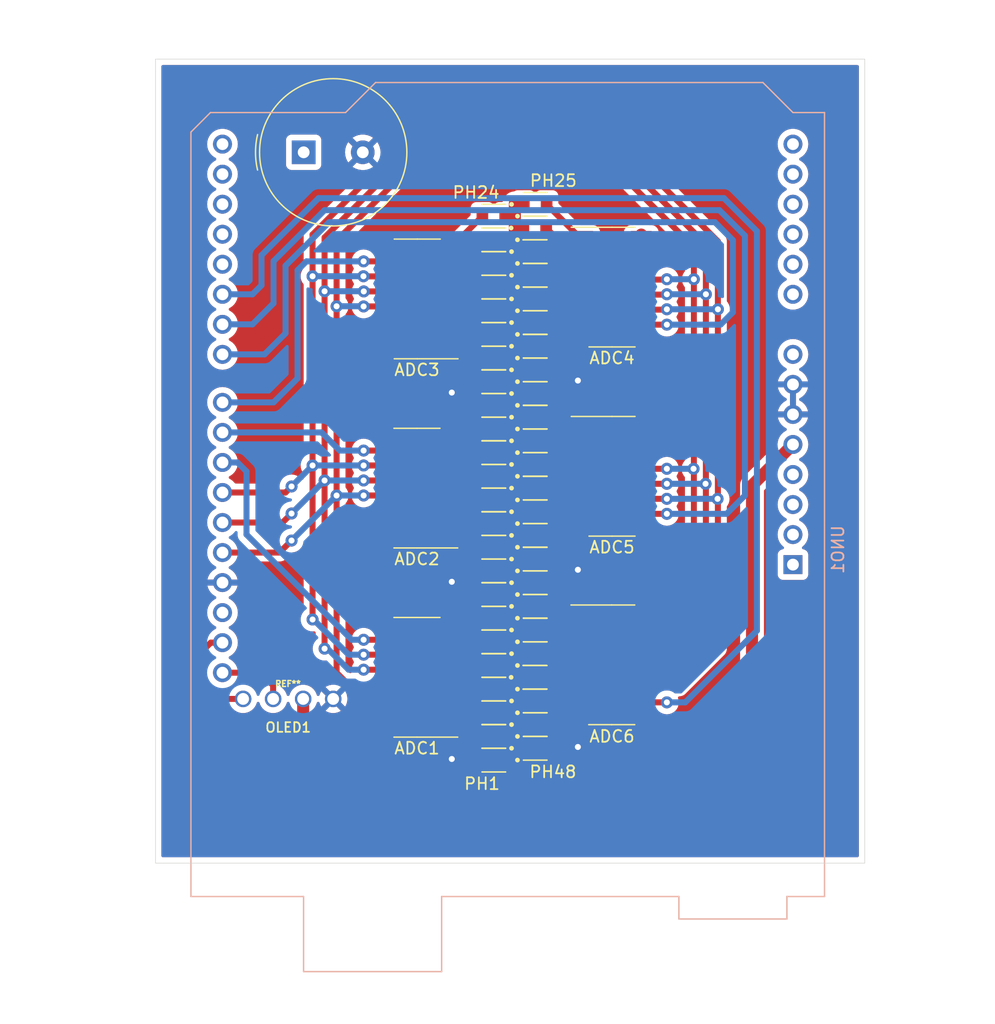
<source format=kicad_pcb>
(kicad_pcb (version 20240108) (generator "pcbnew") (generator_version "8.0")
  (layers (0 "F.Cu" signal) (31 "B.Cu" signal) (34 "B.Paste" user) (35 "F.Paste" user) (36 "B.SilkS" user "B.Silkscreen") (37 "F.SilkS" user "F.Silkscreen") (38 "B.Mask" user) (39 "F.Mask" user) (44 "Edge.Cuts" user))
  (net 0 "")
  (net 11 "/MOSI")
  (net 13 "/MISO")
  (net 14 "/CS3")
  (net 16 "/CLK")
  (net 18 "GND")
  (net 19 "/CS5")
  (net 21 "/CS6")
  (net 24 "/CS1")
  (net 25 "/CS2")
  (net 26 "+5V")
  (net 27 "/CS4")
  (net 29 "/PH-7")
  (net 30 "/PH-8")
  (net 31 "/PH-4")
  (net 32 "/PH-1")
  (net 33 "/PH-5")
  (net 34 "/PH-2")
  (net 35 "/PH-6")
  (net 36 "/PH-3")
  (net 37 "/PH-10")
  (net 38 "/PH-9")
  (net 39 "/PH-13")
  (net 40 "/PH-11")
  (net 41 "/PH-14")
  (net 42 "/PH-16")
  (net 43 "/PH-15")
  (net 44 "/PH-12")
  (net 45 "/PH-22")
  (net 46 "/PH-23")
  (net 47 "/PH-19")
  (net 48 "/PH-18")
  (net 49 "/PH-20")
  (net 50 "/PH-24")
  (net 51 "/PH-17")
  (net 52 "/PH-21")
  (net 53 "/PH-32")
  (net 54 "/PH-28")
  (net 55 "/PH-29")
  (net 56 "/PH-30")
  (net 57 "/PH-25")
  (net 58 "/PH-31")
  (net 59 "/PH-26")
  (net 60 "/PH-27")
  (net 61 "/PH-38")
  (net 62 "/PH-36")
  (net 63 "/PH-35")
  (net 64 "/PH-33")
  (net 65 "/PH-39")
  (net 66 "/PH-34")
  (net 67 "/PH-40")
  (net 68 "/PH-37")
  (net 69 "/PH-47")
  (net 70 "/PH-44")
  (net 71 "/PH-41")
  (net 72 "/PH-45")
  (net 73 "/PH-46")
  (net 74 "/PH-48")
  (net 75 "/PH-42")
  (net 76 "/PH-43")
  (net 77 "/DISP_SCL")
  (net 78 "/DISP_SDA")
  (net 79 "/BUZZ")
  (footprint "SFH_2716:LEDC2012X100N" (layer "F.Cu") (at 74.62 112.282)
    (property "Reference" "PH43" (hide yes))
    (property "Value" "SFH_2716" (hide yes))
  )
  (footprint "SFH_2716:LEDC2012X100N" (layer "F.Cu") (at 74.62 106.282)
    (property "Reference" "PH40" (hide yes))
    (property "Value" "SFH_2716" (hide yes))
  )
  (footprint "SFH_2716:LEDC2012X100N" (layer "F.Cu") (at 71.12 103.282 180)
    (property "Reference" "PH11" (hide yes))
    (property "Value" "SFH_2716" (hide yes))
  )
  (footprint "SFH_2716:LEDC2012X100N" (layer "F.Cu") (at 71.12 109.282 180)
    (property "Reference" "PH8" (hide yes))
    (property "Value" "SFH_2716" (hide yes))
  )
  (footprint "SFH_2716:LEDC2012X100N" (layer "F.Cu") (at 71.12 121.282 180)
    (property "Reference" "PH2" (hide yes))
    (property "Value" "SFH_2716" (hide yes))
  )
  (footprint "SFH_2716:LEDC2012X100N" (layer "F.Cu") (at 71.12 105.282 180)
    (property "Reference" "PH10" (hide yes))
    (property "Value" "SFH_2716" (hide yes))
  )
  (footprint "SFH_2716:LEDC2012X100N" (layer "F.Cu") (at 74.62 80.282)
    (property "Reference" "PH27" (hide yes))
    (property "Value" "SFH_2716" (hide yes))
  )
  (footprint "SFH_2716:LEDC2012X100N" (layer "F.Cu") (at 74.62 88.282)
    (property "Reference" "PH31" (hide yes))
    (property "Value" "SFH_2716" (hide yes))
  )
  (footprint "SFH_2716:LEDC2012X100N" (layer "F.Cu") (at 74.62 94.282)
    (property "Reference" "PH34" (hide yes))
    (property "Value" "SFH_2716" (hide yes))
  )
  (footprint "SFH_2716:LEDC2012X100N" (layer "F.Cu") (at 74.62 84.282)
    (property "Reference" "PH29" (hide yes))
    (property "Value" "SFH_2716" (hide yes))
  )
  (footprint "SFH_2716:LEDC2012X100N" (layer "F.Cu") (at 71.12 85.282 180)
    (property "Reference" "PH20" (hide yes))
    (property "Value" "SFH_2716" (hide yes))
  )
  (footprint "SFH_2716:LEDC2012X100N" (layer "F.Cu") (at 74.62 86.282)
    (property "Reference" "PH30" (hide yes))
    (property "Value" "SFH_2716" (hide yes))
  )
  (footprint "SFH_2716:LEDC2012X100N" (layer "F.Cu") (at 71.12 91.282 180)
    (property "Reference" "PH17" (hide yes))
    (property "Value" "SFH_2716" (hide yes))
  )
  (footprint "SFH_2716:LEDC2012X100N" (layer "F.Cu") (at 71.12 123.282 180)
    (property "Reference" "PH1")
    (property "Value" "SFH_2716" (hide yes))
  )
  (footprint "Package_SO:SOIC-16_3.9x9.9mm_P1.27mm" (layer "F.Cu") (at 81.12 99.282)
    (property "Reference" "ADC5")
    (property "Value" "MCP3008" (hide yes))
  )
  (footprint "SFH_2716:LEDC2012X100N" (layer "F.Cu") (at 71.12 117.282 180)
    (property "Reference" "PH4" (hide yes))
    (property "Value" "SFH_2716" (hide yes))
  )
  (footprint "SFH_2716:LEDC2012X100N" (layer "F.Cu") (at 74.62 104.282)
    (property "Reference" "PH39" (hide yes))
    (property "Value" "SFH_2716" (hide yes))
  )
  (footprint "SFH_2716:LEDC2012X100N" (layer "F.Cu") (at 74.62 120.282)
    (property "Reference" "PH47" (hide yes))
    (property "Value" "SFH_2716" (hide yes))
  )
  (footprint "SFH_2716:LEDC2012X100N" (layer "F.Cu") (at 74.62 98.282)
    (property "Reference" "PH36" (hide yes))
    (property "Value" "SFH_2716" (hide yes))
  )
  (footprint "SFH_2716:LEDC2012X100N" (layer "F.Cu") (at 74.62 82.282)
    (property "Reference" "PH28" (hide yes))
    (property "Value" "SFH_2716" (hide yes))
  )
  (footprint "SFH_2716:LEDC2012X100N" (layer "F.Cu") (at 71.12 119.282 180)
    (property "Reference" "PH3" (hide yes))
    (property "Value" "SFH_2716" (hide yes))
  )
  (footprint "SFH_2716:LEDC2012X100N" (layer "F.Cu") (at 74.585 78.282)
    (property "Reference" "PH26" (hide yes))
    (property "Value" "SFH_2716" (hide yes))
  )
  (footprint "SFH_2716:LEDC2012X100N" (layer "F.Cu") (at 71.12 101.282 180)
    (property "Reference" "PH12" (hide yes))
    (property "Value" "SFH_2716" (hide yes))
  )
  (footprint "Package_SO:SOIC-16_3.9x9.9mm_P1.27mm" (layer "F.Cu") (at 64.62 116.282 180)
    (property "Reference" "ADC1")
    (property "Value" "MCP3008" (hide yes))
  )
  (footprint "SFH_2716:LEDC2012X100N" (layer "F.Cu") (at 71.12 99.282 180)
    (property "Reference" "PH13" (hide yes))
    (property "Value" "SFH_2716" (hide yes))
  )
  (footprint "SFH_2716:LEDC2012X100N" (layer "F.Cu") (at 71.12 113.282 180)
    (property "Reference" "PH6" (hide yes))
    (property "Value" "SFH_2716" (hide yes))
  )
  (footprint "SFH_2716:LEDC2012X100N" (layer "F.Cu") (at 74.62 90.282)
    (property "Reference" "PH32" (hide yes))
    (property "Value" "SFH_2716" (hide yes))
  )
  (footprint "SFH_2716:LEDC2012X100N" (layer "F.Cu") (at 71.12 77.282 180)
    (property "Reference" "PH24")
    (property "Value" "SFH_2716" (hide yes))
  )
  (footprint "SFH_2716:LEDC2012X100N" (layer "F.Cu") (at 71.12 115.282 180)
    (property "Reference" "PH5" (hide yes))
    (property "Value" "SFH_2716" (hide yes))
  )
  (footprint "SFH_2716:LEDC2012X100N" (layer "F.Cu") (at 71.12 87.282 180)
    (property "Reference" "PH19" (hide yes))
    (property "Value" "SFH_2716" (hide yes))
  )
  (footprint "SFH_2716:LEDC2012X100N" (layer "F.Cu") (at 71.12 97.282 180)
    (property "Reference" "PH14" (hide yes))
    (property "Value" "SFH_2716" (hide yes))
  )
  (footprint "SFH_2716:LEDC2012X100N" (layer "F.Cu") (at 71.12 93.282 180)
    (property "Reference" "PH16" (hide yes))
    (property "Value" "SFH_2716" (hide yes))
  )
  (footprint "Package_SO:SOIC-16_3.9x9.9mm_P1.27mm" (layer "F.Cu") (at 81.095 115.227)
    (property "Reference" "ADC6")
    (property "Value" "MCP3008" (hide yes))
  )
  (footprint "SFH_2716:LEDC2012X100N" (layer "F.Cu") (at 74.62 110.282)
    (property "Reference" "PH42" (hide yes))
    (property "Value" "SFH_2716" (hide yes))
  )
  (footprint "Package_SO:SOIC-16_3.9x9.9mm_P1.27mm" (layer "F.Cu") (at 81.12 83.282)
    (property "Reference" "ADC4")
    (property "Value" "MCP3008" (hide yes))
  )
  (footprint "SFH_2716:LEDC2012X100N" (layer "F.Cu") (at 74.62 96.282)
    (property "Reference" "PH35" (hide yes))
    (property "Value" "SFH_2716" (hide yes))
  )
  (footprint "SFH_2716:LEDC2012X100N" (layer "F.Cu") (at 74.62 122.282)
    (property "Reference" "PH48")
    (property "Value" "SFH_2716" (hide yes))
  )
  (footprint "Buzzer_Beeper:Buzzer_TDK_PS1240P02BT_D12.2mm_H6.5mm" (layer "F.Cu") (at 55.033216 71.882)
    (property "Reference" "BZ1" (hide yes))
    (property "Value" "Buzzer" (hide yes))
  )
  (footprint "SFH_2716:LEDC2012X100N" (layer "F.Cu") (at 74.62 108.282)
    (property "Reference" "PH41" (hide yes))
    (property "Value" "SFH_2716" (hide yes))
  )
  (footprint "SFH_2716:LEDC2012X100N" (layer "F.Cu") (at 74.62 102.282)
    (property "Reference" "PH38" (hide yes))
    (property "Value" "SFH_2716" (hide yes))
  )
  (footprint "SFH_2716:LEDC2012X100N" (layer "F.Cu") (at 74.62 76.282)
    (property "Reference" "PH25")
    (property "Value" "SFH_2716" (hide yes))
  )
  (footprint "SFH_2716:LEDC2012X100N" (layer "F.Cu") (at 71.12 83.282 180)
    (property "Reference" "PH21" (hide yes))
    (property "Value" "SFH_2716" (hide yes))
  )
  (footprint "SFH_2716:LEDC2012X100N" (layer "F.Cu") (at 71.12 95.282 180)
    (property "Reference" "PH15" (hide yes))
    (property "Value" "SFH_2716" (hide yes))
  )
  (footprint "Package_SO:SOIC-16_3.9x9.9mm_P1.27mm" (layer "F.Cu") (at 64.645 84.282 180)
    (property "Reference" "ADC3")
    (property "Value" "MCP3008" (hide yes))
  )
  (footprint "SFH_2716:LEDC2012X100N" (layer "F.Cu") (at 74.62 114.282)
    (property "Reference" "PH44" (hide yes))
    (property "Value" "SFH_2716" (hide yes))
  )
  (footprint "SFH_2716:LEDC2012X100N" (layer "F.Cu") (at 71.12 111.282 180)
    (property "Reference" "PH7" (hide yes))
    (property "Value" "SFH_2716" (hide yes))
  )
  (footprint "SFH_2716:LEDC2012X100N" (layer "F.Cu") (at 71.12 89.282 180)
    (property "Reference" "PH18" (hide yes))
    (property "Value" "SFH_2716" (hide yes))
  )
  (footprint "SFH_2716:LEDC2012X100N" (layer "F.Cu") (at 74.62 100.282)
    (property "Reference" "PH37" (hide yes))
    (property "Value" "SFH_2716" (hide yes))
  )
  (footprint "SFH_2716:LEDC2012X100N" (layer "F.Cu") (at 74.62 118.282)
    (property "Reference" "PH46" (hide yes))
    (property "Value" "SFH_2716" (hide yes))
  )
  (footprint "SFH_2716:LEDC2012X100N" (layer "F.Cu") (at 71.12 81.282 180)
    (property "Reference" "PH22" (hide yes))
    (property "Value" "SFH_2716" (hide yes))
  )
  (footprint "SFH_2716:LEDC2012X100N" (layer "F.Cu") (at 71.12 79.282 180)
    (property "Reference" "PH23" (hide yes))
    (property "Value" "SFH_2716" (hide yes))
  )
  (footprint "SFH_2716:LEDC2012X100N" (layer "F.Cu") (at 71.12 107.282 180)
    (property "Reference" "PH9" (hide yes))
    (property "Value" "SFH_2716" (hide yes))
  )
  (footprint "SFH_2716:LEDC2012X100N" (layer "F.Cu") (at 74.585 116.282)
    (property "Reference" "PH45" (hide yes))
    (property "Value" "SFH_2716" (hide yes))
  )
  (footprint "SFH_2716:LEDC2012X100N" (layer "F.Cu") (at 74.62 92.282)
    (property "Reference" "PH33" (hide yes))
    (property "Value" "SFH_2716" (hide yes))
  )
  (footprint "OLED:OLED" (layer "F.Cu") (at 53.721 118.11)
    (property "Reference" "OLED1")
    (property "Value" "0.91\" OLED I2C" (hide yes))
  )
  (footprint "Package_SO:SOIC-16_3.9x9.9mm_P1.27mm" (layer "F.Cu") (at 64.62 100.282 180)
    (property "Reference" "ADC2")
    (property "Value" "MCP3008" (hide yes))
  )
  (footprint "Module:Arduino_UNO_R3" (layer "B.Cu") (at 96.426 106.752 90)
    (property "Reference" "UNO1")
    (property "Value" "Arduino_UNO_R3")
  )
  (gr_rect (start 42.5 64) (end 102.5 132) (stroke (width 0.05)) (fill none) (layer "Edge.Cuts"))
  (segment (start 55.786 82.364) (end 55.786 98.366) (width 0.508) (layer "F.Cu") (net 11))
  (segment (start 85.729 85.187) (end 83.595 85.187) (width 0.508) (layer "F.Cu") (net 11))
  (segment (start 55.786 98.366) (end 55.786 111.393) (width 0.508) (layer "F.Cu") (net 11))
  (segment (start 60.104 114.368) (end 60.113 114.377) (width 0.508) (layer "F.Cu") (net 11))
  (segment (start 62.67 71.95) (end 82.618 71.95) (width 0.508) (layer "F.Cu") (net 11))
  (segment (start 60.104 82.377) (end 62.17 82.377) (width 0.508) (layer "F.Cu") (net 11))
  (segment (start 60.091 82.364) (end 60.104 82.377) (width 0.508) (layer "F.Cu") (net 11))
  (segment (start 86.804 117.132) (end 83.57 117.132) (width 0.508) (layer "F.Cu") (net 11))
  (segment (start 90.076 101.214) (end 90.076 113.86) (width 0.508) (layer "F.Cu") (net 11))
  (segment (start 62.136 114.368) (end 62.145 114.377) (width 0.508) (layer "F.Cu") (net 11))
  (segment (start 85.758 85.158) (end 85.729 85.187) (width 0.508) (layer "F.Cu") (net 11))
  (segment (start 60.104 114.368) (end 62.136 114.368) (width 0.508) (layer "F.Cu") (net 11))
  (segment (start 53.5 100.652) (end 54.008 100.144) (width 0.508) (layer "F.Cu") (net 11))
  (segment (start 82.618 71.95) (end 90.076 79.408) (width 0.508) (layer "F.Cu") (net 11))
  (segment (start 85.758 101.187) (end 83.595 101.187) (width 0.508) (layer "F.Cu") (net 11))
  (segment (start 90.049 101.187) (end 90.076 101.214) (width 0.508) (layer "F.Cu") (net 11))
  (segment (start 55.786 82.364) (end 55.786 78.834) (width 0.508) (layer "F.Cu") (net 11))
  (segment (start 48.166 100.652) (end 53.5 100.652) (width 0.508) (layer "F.Cu") (net 11))
  (segment (start 62.134 98.366) (end 62.145 98.377) (width 0.508) (layer "F.Cu") (net 11))
  (segment (start 90.076 101.16) (end 90.049 101.187) (width 0.508) (layer "F.Cu") (net 11))
  (segment (start 90.076 79.408) (end 90.076 85.158) (width 0.508) (layer "F.Cu") (net 11))
  (segment (start 90.076 85.158) (end 90.076 101.16) (width 0.508) (layer "F.Cu") (net 11))
  (segment (start 90.076 113.86) (end 86.804 117.132) (width 0.508) (layer "F.Cu") (net 11))
  (segment (start 60.104 98.366) (end 62.134 98.366) (width 0.508) (layer "F.Cu") (net 11))
  (segment (start 55.786 78.834) (end 62.67 71.95) (width 0.508) (layer "F.Cu") (net 11))
  (via (at 85.758 85.158) (size 1.016) (drill 0.508) (layers "F.Cu" "B.Cu") (net 11))
  (via (at 55.786 111.393) (size 1.016) (drill 0.508) (layers "F.Cu" "B.Cu") (net 11))
  (via (at 55.786 82.364) (size 1.016) (drill 0.508) (layers "F.Cu" "B.Cu") (net 11))
  (via (at 55.786 98.366) (size 1.016) (drill 0.508) (layers "F.Cu" "B.Cu") (net 11))
  (via (at 60.104 98.366) (size 1.016) (drill 0.508) (layers "F.Cu" "B.Cu") (net 11))
  (via (at 90.076 85.158) (size 1.016) (drill 0.508) (layers "F.Cu" "B.Cu") (net 11))
  (via (at 85.758 101.187) (size 1.016) (drill 0.508) (layers "F.Cu" "B.Cu") (net 11))
  (via (at 60.104 114.368) (size 1.016) (drill 0.508) (layers "F.Cu" "B.Cu") (net 11))
  (via (at 54.008 100.144) (size 1.016) (drill 0.508) (layers "F.Cu" "B.Cu") (net 11))
  (via (at 60.091 82.364) (size 1.016) (drill 0.508) (layers "F.Cu" "B.Cu") (net 11))
  (via (at 90.049 101.187) (size 1.016) (drill 0.508) (layers "F.Cu" "B.Cu") (net 11))
  (segment (start 54.008 100.144) (end 55.786 98.366) (width 0.508) (layer "B.Cu") (net 11))
  (segment (start 60.091 82.364) (end 55.786 82.364) (width 0.508) (layer "B.Cu") (net 11))
  (segment (start 55.859 111.393) (end 58.834 114.368) (width 0.508) (layer "B.Cu") (net 11))
  (segment (start 55.786 111.393) (end 55.859 111.393) (width 0.508) (layer "B.Cu") (net 11))
  (segment (start 60.104 98.366) (end 55.786 98.366) (width 0.508) (layer "B.Cu") (net 11))
  (segment (start 85.758 85.158) (end 90.076 85.158) (width 0.508) (layer "B.Cu") (net 11))
  (segment (start 58.834 114.368) (end 60.104 114.368) (width 0.508) (layer "B.Cu") (net 11))
  (segment (start 90.049 101.187) (end 85.758 101.187) (width 0.508) (layer "B.Cu") (net 11))
  (segment (start 89.06 79.662) (end 89.06 83.888) (width 0.508) (layer "F.Cu") (net 13))
  (segment (start 86.55 115.862) (end 83.57 115.862) (width 0.508) (layer "F.Cu") (net 13))
  (segment (start 60.104 115.638) (end 60.113 115.647) (width 0.508) (layer "F.Cu") (net 13))
  (segment (start 89.06 99.89) (end 89.033 99.917) (width 0.508) (layer "F.Cu") (net 13))
  (segment (start 56.802 99.636) (end 56.802 113.86) (width 0.508) (layer "F.Cu") (net 13))
  (segment (start 62.924 72.966) (end 82.364 72.966) (width 0.508) (layer "F.Cu") (net 13))
  (segment (start 89.06 113.352) (end 86.55 115.862) (width 0.508) (layer "F.Cu") (net 13))
  (segment (start 60.104 115.638) (end 62.136 115.638) (width 0.508) (layer "F.Cu") (net 13))
  (segment (start 56.802 79.088) (end 62.924 72.966) (width 0.508) (layer "F.Cu") (net 13))
  (segment (start 85.729 83.917) (end 83.595 83.917) (width 0.508) (layer "F.Cu") (net 13))
  (segment (start 48.166 103.192) (end 53.246 103.192) (width 0.508) (layer "F.Cu") (net 13))
  (segment (start 89.033 99.917) (end 89.06 99.944) (width 0.508) (layer "F.Cu") (net 13))
  (segment (start 60.104 99.636) (end 62.134 99.636) (width 0.508) (layer "F.Cu") (net 13))
  (segment (start 89.06 99.944) (end 89.06 113.352) (width 0.508) (layer "F.Cu") (net 13))
  (segment (start 89.06 83.888) (end 89.06 99.89) (width 0.508) (layer "F.Cu") (net 13))
  (segment (start 85.758 83.888) (end 85.729 83.917) (width 0.508) (layer "F.Cu") (net 13))
  (segment (start 56.802 83.634) (end 56.802 99.636) (width 0.508) (layer "F.Cu") (net 13))
  (segment (start 82.364 72.966) (end 89.06 79.662) (width 0.508) (layer "F.Cu") (net 13))
  (segment (start 53.246 103.192) (end 54.008 102.43) (width 0.508) (layer "F.Cu") (net 13))
  (segment (start 62.134 99.636) (end 62.145 99.647) (width 0.508) (layer "F.Cu") (net 13))
  (segment (start 60.117 83.647) (end 62.17 83.647) (width 0.508) (layer "F.Cu") (net 13))
  (segment (start 85.758 99.917) (end 83.595 99.917) (width 0.508) (layer "F.Cu") (net 13))
  (segment (start 62.136 115.638) (end 62.145 115.647) (width 0.508) (layer "F.Cu") (net 13))
  (segment (start 56.802 83.634) (end 56.802 79.088) (width 0.508) (layer "F.Cu") (net 13))
  (via (at 89.06 83.888) (size 1.016) (drill 0.508) (layers "F.Cu" "B.Cu") (net 13))
  (via (at 60.104 115.638) (size 1.016) (drill 0.508) (layers "F.Cu" "B.Cu") (net 13))
  (via (at 85.758 99.917) (size 1.016) (drill 0.508) (layers "F.Cu" "B.Cu") (net 13))
  (via (at 56.802 113.86) (size 1.016) (drill 0.508) (layers "F.Cu" "B.Cu") (net 13))
  (via (at 54.008 102.43) (size 1.016) (drill 0.508) (layers "F.Cu" "B.Cu") (net 13))
  (via (at 56.802 83.634) (size 1.016) (drill 0.508) (layers "F.Cu" "B.Cu") (net 13))
  (via (at 60.104 99.636) (size 1.016) (drill 0.508) (layers "F.Cu" "B.Cu") (net 13))
  (via (at 85.758 83.888) (size 1.016) (drill 0.508) (layers "F.Cu" "B.Cu") (net 13))
  (via (at 60.117 83.647) (size 1.016) (drill 0.508) (layers "F.Cu" "B.Cu") (net 13))
  (via (at 89.033 99.917) (size 1.016) (drill 0.508) (layers "F.Cu" "B.Cu") (net 13))
  (via (at 56.802 99.636) (size 1.016) (drill 0.508) (layers "F.Cu" "B.Cu") (net 13))
  (segment (start 89.033 99.917) (end 85.758 99.917) (width 0.508) (layer "B.Cu") (net 13))
  (segment (start 85.758 83.888) (end 89.06 83.888) (width 0.508) (layer "B.Cu") (net 13))
  (segment (start 56.802 83.634) (end 60.104 83.634) (width 0.508) (layer "B.Cu") (net 13))
  (segment (start 57.056 113.86) (end 58.834 115.638) (width 0.508) (layer "B.Cu") (net 13))
  (segment (start 58.834 115.638) (end 60.104 115.638) (width 0.508) (layer "B.Cu") (net 13))
  (segment (start 56.802 99.636) (end 60.104 99.636) (width 0.508) (layer "B.Cu") (net 13))
  (segment (start 60.104 83.634) (end 60.117 83.647) (width 0.508) (layer "B.Cu") (net 13))
  (segment (start 56.802 113.86) (end 57.056 113.86) (width 0.508) (layer "B.Cu") (net 13))
  (segment (start 54.008 102.43) (end 56.802 99.636) (width 0.508) (layer "B.Cu") (net 13))
  (segment (start 60.104 81.107) (end 62.17 81.107) (width 0.508) (layer "F.Cu") (net 14))
  (via (at 60.104 81.107) (size 1.016) (drill 0.508) (layers "F.Cu" "B.Cu") (net 14))
  (segment (start 52.484 93.032) (end 48.166 93.032) (width 0.508) (layer "B.Cu") (net 14))
  (segment (start 54.516 91) (end 52.484 93.032) (width 0.508) (layer "B.Cu") (net 14))
  (segment (start 60.104 81.107) (end 55.265 81.107) (width 0.508) (layer "B.Cu") (net 14))
  (segment (start 54.516 81.856) (end 54.516 91) (width 0.508) (layer "B.Cu") (net 14))
  (segment (start 55.265 81.107) (end 54.516 81.856) (width 0.508) (layer "B.Cu") (net 14))
  (segment (start 63.178 73.982) (end 82.11 73.982) (width 0.508) (layer "F.Cu") (net 16))
  (segment (start 54.008 104.716) (end 52.992 105.732) (width 0.508) (layer "F.Cu") (net 16))
  (segment (start 85.758 98.647) (end 83.595 98.647) (width 0.508) (layer "F.Cu") (net 16))
  (segment (start 58.843 116.917) (end 62.145 116.917) (width 0.508) (layer "F.Cu") (net 16))
  (segment (start 52.992 105.732) (end 48.166 105.732) (width 0.508) (layer "F.Cu") (net 16))
  (segment (start 57.818 79.342) (end 63.178 73.982) (width 0.508) (layer "F.Cu") (net 16))
  (segment (start 62.134 100.906) (end 62.145 100.917) (width 0.508) (layer "F.Cu") (net 16))
  (segment (start 57.818 84.904) (end 57.818 79.342) (width 0.508) (layer "F.Cu") (net 16))
  (segment (start 88.044 98.62) (end 88.017 98.647) (width 0.508) (layer "F.Cu") (net 16))
  (segment (start 88.044 79.916) (end 88.044 82.618) (width 0.508) (layer "F.Cu") (net 16))
  (segment (start 88.044 98.674) (end 88.044 112.844) (width 0.508) (layer "F.Cu") (net 16))
  (segment (start 85.758 82.618) (end 85.729 82.647) (width 0.508) (layer "F.Cu") (net 16))
  (segment (start 60.104 84.917) (end 62.17 84.917) (width 0.508) (layer "F.Cu") (net 16))
  (segment (start 88.044 112.844) (end 86.296 114.592) (width 0.508) (layer "F.Cu") (net 16))
  (segment (start 88.017 98.647) (end 88.044 98.674) (width 0.508) (layer "F.Cu") (net 16))
  (segment (start 57.818 84.904) (end 57.818 100.906) (width 0.508) (layer "F.Cu") (net 16))
  (segment (start 57.818 115.892) (end 58.843 116.917) (width 0.508) (layer "F.Cu") (net 16))
  (segment (start 88.044 82.618) (end 88.044 98.62) (width 0.508) (layer "F.Cu") (net 16))
  (segment (start 82.11 73.982) (end 88.044 79.916) (width 0.508) (layer "F.Cu") (net 16))
  (segment (start 85.729 82.647) (end 83.595 82.647) (width 0.508) (layer "F.Cu") (net 16))
  (segment (start 86.296 114.592) (end 83.57 114.592) (width 0.508) (layer "F.Cu") (net 16))
  (segment (start 57.818 100.906) (end 57.818 115.892) (width 0.508) (layer "F.Cu") (net 16))
  (segment (start 60.104 100.906) (end 62.134 100.906) (width 0.508) (layer "F.Cu") (net 16))
  (via (at 85.758 82.618) (size 1.016) (drill 0.508) (layers "F.Cu" "B.Cu") (net 16))
  (via (at 88.044 82.618) (size 1.016) (drill 0.508) (layers "F.Cu" "B.Cu") (net 16))
  (via (at 60.104 84.917) (size 1.016) (drill 0.508) (layers "F.Cu" "B.Cu") (net 16))
  (via (at 85.758 98.647) (size 1.016) (drill 0.508) (layers "F.Cu" "B.Cu") (net 16))
  (via (at 57.818 100.906) (size 1.016) (drill 0.508) (layers "F.Cu" "B.Cu") (net 16))
  (via (at 54.008 104.716) (size 1.016) (drill 0.508) (layers "F.Cu" "B.Cu") (net 16))
  (via (at 60.104 100.906) (size 1.016) (drill 0.508) (layers "F.Cu" "B.Cu") (net 16))
  (via (at 57.818 84.904) (size 1.016) (drill 0.508) (layers "F.Cu" "B.Cu") (net 16))
  (via (at 88.017 98.647) (size 1.016) (drill 0.508) (layers "F.Cu" "B.Cu") (net 16))
  (segment (start 60.091 84.904) (end 60.104 84.917) (width 0.508) (layer "B.Cu") (net 16))
  (segment (start 57.818 84.904) (end 60.091 84.904) (width 0.508) (layer "B.Cu") (net 16))
  (segment (start 85.758 82.618) (end 88.044 82.618) (width 0.508) (layer "B.Cu") (net 16))
  (segment (start 88.017 98.647) (end 85.758 98.647) (width 0.508) (layer "B.Cu") (net 16))
  (segment (start 57.818 100.906) (end 60.104 100.906) (width 0.508) (layer "B.Cu") (net 16))
  (segment (start 54.008 104.716) (end 57.818 100.906) (width 0.508) (layer "B.Cu") (net 16))
  (via (at 78.232 107.188) (size 1.016) (drill 0.508) (layers "F.Cu" "B.Cu") (net 18))
  (via (at 67.564 92.202) (size 1.016) (drill 0.508) (layers "F.Cu" "B.Cu") (net 18))
  (via (at 78.232 91.186) (size 1.016) (drill 0.508) (layers "F.Cu" "B.Cu") (net 18))
  (via (at 67.564 123.19) (size 1.016) (drill 0.508) (layers "F.Cu" "B.Cu") (net 18))
  (via (at 67.564 108.204) (size 1.016) (drill 0.508) (layers "F.Cu" "B.Cu") (net 18))
  (via (at 78.232 122.174) (size 1.016) (drill 0.508) (layers "F.Cu" "B.Cu") (net 18))
  (segment (start 83.595 102.457) (end 85.758 102.457) (width 0.508) (layer "F.Cu") (net 19))
  (via (at 85.758 102.457) (size 1.016) (drill 0.508) (layers "F.Cu" "B.Cu") (net 19))
  (segment (start 90.203 76.776) (end 56.802 76.776) (width 0.508) (layer "B.Cu") (net 19))
  (segment (start 52.484 81.094) (end 52.484 84.65) (width 0.508) (layer "B.Cu") (net 19))
  (segment (start 50.702 86.432) (end 48.166 86.432) (width 0.508) (layer "B.Cu") (net 19))
  (segment (start 85.758 102.457) (end 90.811 102.457) (width 0.508) (layer "B.Cu") (net 19))
  (segment (start 52.484 84.65) (end 50.702 86.432) (width 0.508) (layer "B.Cu") (net 19))
  (segment (start 92.362 78.935) (end 90.203 76.776) (width 0.508) (layer "B.Cu") (net 19))
  (segment (start 92.362 100.906) (end 92.362 78.935) (width 0.508) (layer "B.Cu") (net 19))
  (segment (start 56.802 76.776) (end 52.484 81.094) (width 0.508) (layer "B.Cu") (net 19))
  (segment (start 90.811 102.457) (end 92.362 100.906) (width 0.508) (layer "B.Cu") (net 19))
  (segment (start 85.758 118.402) (end 83.57 118.402) (width 0.508) (layer "F.Cu") (net 21))
  (via (at 85.758 118.402) (size 1.016) (drill 0.508) (layers "F.Cu" "B.Cu") (net 21))
  (segment (start 87.312 118.402) (end 93.378 112.336) (width 0.508) (layer "B.Cu") (net 21))
  (segment (start 51.468 83.126) (end 50.702 83.892) (width 0.508) (layer "B.Cu") (net 21))
  (segment (start 93.378 78.554) (end 90.584 75.76) (width 0.508) (layer "B.Cu") (net 21))
  (segment (start 90.584 75.76) (end 56.294 75.76) (width 0.508) (layer "B.Cu") (net 21))
  (segment (start 56.294 75.76) (end 51.468 80.586) (width 0.508) (layer "B.Cu") (net 21))
  (segment (start 51.468 80.586) (end 51.468 83.126) (width 0.508) (layer "B.Cu") (net 21))
  (segment (start 50.702 83.892) (end 48.166 83.892) (width 0.508) (layer "B.Cu") (net 21))
  (segment (start 85.758 118.402) (end 87.312 118.402) (width 0.508) (layer "B.Cu") (net 21))
  (segment (start 93.378 112.336) (end 93.378 78.554) (width 0.508) (layer "B.Cu") (net 21))
  (segment (start 60.104 113.107) (end 62.145 113.107) (width 0.508) (layer "F.Cu") (net 24))
  (via (at 60.104 113.107) (size 1.016) (drill 0.508) (layers "F.Cu" "B.Cu") (net 24))
  (segment (start 59.097 113.107) (end 50.198 104.208) (width 0.508) (layer "B.Cu") (net 24))
  (segment (start 50.198 104.208) (end 50.198 98.874) (width 0.508) (layer "B.Cu") (net 24))
  (segment (start 50.198 98.874) (end 49.436 98.112) (width 0.508) (layer "B.Cu") (net 24))
  (segment (start 49.436 98.112) (end 48.166 98.112) (width 0.508) (layer "B.Cu") (net 24))
  (segment (start 60.104 113.107) (end 59.097 113.107) (width 0.508) (layer "B.Cu") (net 24))
  (segment (start 60.104 97.107) (end 62.145 97.107) (width 0.508) (layer "F.Cu") (net 25))
  (via (at 60.104 97.107) (size 1.016) (drill 0.508) (layers "F.Cu" "B.Cu") (net 25))
  (segment (start 60.104 97.107) (end 58.083 97.107) (width 0.508) (layer "B.Cu") (net 25))
  (segment (start 56.548 95.572) (end 48.166 95.572) (width 0.508) (layer "B.Cu") (net 25))
  (segment (start 58.083 97.107) (end 56.548 95.572) (width 0.508) (layer "B.Cu") (net 25))
  (segment (start 86.614 126.746) (end 92.964 120.396) (width 1.016) (layer "F.Cu") (net 26))
  (segment (start 65.024 107.606) (end 65.024 118.618) (width 1.016) (layer "F.Cu") (net 26))
  (segment (start 92.964 120.396) (end 92.964 100.054) (width 1.016) (layer "F.Cu") (net 26))
  (segment (start 65.024 102.616) (end 64.183 103.457) (width 1.016) (layer "F.Cu") (net 26))
  (segment (start 92.964 100.054) (end 96.426 96.592) (width 1.016) (layer "F.Cu") (net 26))
  (segment (start 80.772 81.026) (end 80.772 92.014) (width 1.016) (layer "F.Cu") (net 26))
  (segment (start 83.595 94.837) (end 83.595 96.107) (width 1.016) (layer "F.Cu") (net 26))
  (segment (start 81.693 96.107) (end 80.772 97.028) (width 1.016) (layer "F.Cu") (net 26))
  (segment (start 83.595 80.107) (end 81.691 80.107) (width 1.016) (layer "F.Cu") (net 26))
  (segment (start 80.772 97.028) (end 80.772 107.984) (width 1.016) (layer "F.Cu") (net 26))
  (segment (start 64.183 103.457) (end 62.145 103.457) (width 1.016) (layer "F.Cu") (net 26))
  (segment (start 54.991 122.047) (end 59.69 126.746) (width 1.016) (layer "F.Cu") (net 26))
  (segment (start 81.691 80.107) (end 80.772 81.026) (width 1.016) (layer "F.Cu") (net 26))
  (segment (start 65.024 118.618) (end 64.185 119.457) (width 1.016) (layer "F.Cu") (net 26))
  (segment (start 54.991 118.11) (end 54.991 122.047) (width 1.016) (layer "F.Cu") (net 26))
  (segment (start 65.024 91.581) (end 65.024 102.616) (width 1.016) (layer "F.Cu") (net 26))
  (segment (start 83.595 96.107) (end 81.693 96.107) (width 1.016) (layer "F.Cu") (net 26))
  (segment (start 62.145 104.727) (end 65.024 107.606) (width 1.016) (layer "F.Cu") (net 26))
  (segment (start 76.454 126.746) (end 80.772 122.428) (width 1.016) (layer "F.Cu") (net 26))
  (segment (start 62.145 120.727) (end 68.164 126.746) (width 1.016) (layer "F.Cu") (net 26))
  (segment (start 62.145 103.457) (end 62.145 104.727) (width 1.016) (layer "F.Cu") (net 26))
  (segment (start 62.17 88.727) (end 62.17 87.457) (width 1.016) (layer "F.Cu") (net 26))
  (segment (start 80.772 112.776) (end 81.496 112.052) (width 1.016) (layer "F.Cu") (net 26))
  (segment (start 83.57 110.782) (end 83.57 112.052) (width 1.016) (layer "F.Cu") (net 26))
  (segment (start 76.454 126.746) (end 86.614 126.746) (width 1.016) (layer "F.Cu") (net 26))
  (segment (start 64.185 119.457) (end 62.145 119.457) (width 1.016) (layer "F.Cu") (net 26))
  (segment (start 62.145 119.457) (end 62.145 120.727) (width 1.016) (layer "F.Cu") (net 26))
  (segment (start 80.772 122.428) (end 80.772 112.776) (width 1.016) (layer "F.Cu") (net 26))
  (segment (start 81.496 112.052) (end 83.57 112.052) (width 1.016) (layer "F.Cu") (net 26))
  (segment (start 62.17 88.727) (end 65.024 91.581) (width 1.016) (layer "F.Cu") (net 26))
  (segment (start 68.164 126.746) (end 76.454 126.746) (width 1.016) (layer "F.Cu") (net 26))
  (segment (start 72.898 76.2) (end 72.898 126.746) (width 1.016) (layer "F.Cu") (net 26))
  (segment (start 80.772 92.014) (end 83.595 94.837) (width 1.016) (layer "F.Cu") (net 26))
  (segment (start 59.69 126.746) (end 68.164 126.746) (width 1.016) (layer "F.Cu") (net 26))
  (segment (start 83.595 78.837) (end 83.595 80.107) (width 1.016) (layer "F.Cu") (net 26))
  (segment (start 80.772 107.984) (end 83.57 110.782) (width 1.016) (layer "F.Cu") (net 26))
  (segment (start 85.758 86.457) (end 83.595 86.457) (width 0.508) (layer "F.Cu") (net 27))
  (via (at 85.758 86.457) (size 1.016) (drill 0.508) (layers "F.Cu" "B.Cu") (net 27))
  (segment (start 53.5 87.19) (end 51.718 88.972) (width 0.508) (layer "B.Cu") (net 27))
  (segment (start 57.183 77.792) (end 53.5 81.475) (width 0.508) (layer "B.Cu") (net 27))
  (segment (start 85.758 86.457) (end 90.301 86.457) (width 0.508) (layer "B.Cu") (net 27))
  (segment (start 53.5 81.475) (end 53.5 87.19) (width 0.508) (layer "B.Cu") (net 27))
  (segment (start 91.346 79.316) (end 89.822 77.792) (width 0.508) (layer "B.Cu") (net 27))
  (segment (start 90.301 86.457) (end 91.346 85.412) (width 0.508) (layer "B.Cu") (net 27))
  (segment (start 89.822 77.792) (end 57.183 77.792) (width 0.508) (layer "B.Cu") (net 27))
  (segment (start 51.718 88.972) (end 48.166 88.972) (width 0.508) (layer "B.Cu") (net 27))
  (segment (start 91.346 85.412) (end 91.346 79.316) (width 0.508) (layer "B.Cu") (net 27))
  (segment (start 67.095 113.107) (end 68.33 113.107) (width 0.508) (layer "F.Cu") (net 29))
  (segment (start 68.33 113.107) (end 70.155 111.282) (width 0.508) (layer "F.Cu") (net 29))
  (segment (start 67.6 111.837) (end 70.155 109.282) (width 0.508) (layer "F.Cu") (net 30))
  (segment (start 67.095 111.837) (end 67.6 111.837) (width 0.508) (layer "F.Cu") (net 30))
  (segment (start 67.095 116.917) (end 69.79 116.917) (width 0.508) (layer "F.Cu") (net 31))
  (segment (start 69.79 116.917) (end 70.155 117.282) (width 0.508) (layer "F.Cu") (net 31))
  (segment (start 67.095 120.727) (end 67.6 120.727) (width 0.508) (layer "F.Cu") (net 32))
  (segment (start 67.6 120.727) (end 70.155 123.282) (width 0.508) (layer "F.Cu") (net 32))
  (segment (start 67.095 115.647) (end 69.79 115.647) (width 0.508) (layer "F.Cu") (net 33))
  (segment (start 69.79 115.647) (end 70.155 115.282) (width 0.508) (layer "F.Cu") (net 33))
  (segment (start 68.33 119.457) (end 70.155 121.282) (width 0.508) (layer "F.Cu") (net 34))
  (segment (start 67.095 119.457) (end 68.33 119.457) (width 0.508) (layer "F.Cu") (net 34))
  (segment (start 69.06 114.377) (end 70.155 113.282) (width 0.508) (layer "F.Cu") (net 35))
  (segment (start 67.095 114.377) (end 69.06 114.377) (width 0.508) (layer "F.Cu") (net 35))
  (segment (start 67.095 118.187) (end 69.06 118.187) (width 0.508) (layer "F.Cu") (net 36))
  (segment (start 69.06 118.187) (end 70.155 119.282) (width 0.508) (layer "F.Cu") (net 36))
  (segment (start 68.33 103.457) (end 70.155 105.282) (width 0.508) (layer "F.Cu") (net 37))
  (segment (start 67.095 103.457) (end 68.33 103.457) (width 0.508) (layer "F.Cu") (net 37))
  (segment (start 67.095 104.727) (end 67.6 104.727) (width 0.508) (layer "F.Cu") (net 38))
  (segment (start 67.6 104.727) (end 70.155 107.282) (width 0.508) (layer "F.Cu") (net 38))
  (segment (start 67.095 99.647) (end 69.79 99.647) (width 0.508) (layer "F.Cu") (net 39))
  (segment (start 69.79 99.647) (end 70.155 99.282) (width 0.508) (layer "F.Cu") (net 39))
  (segment (start 67.095 102.187) (end 69.06 102.187) (width 0.508) (layer "F.Cu") (net 40))
  (segment (start 69.06 102.187) (end 70.155 103.282) (width 0.508) (layer "F.Cu") (net 40))
  (segment (start 67.095 98.377) (end 69.06 98.377) (width 0.508) (layer "F.Cu") (net 41))
  (segment (start 69.06 98.377) (end 70.155 97.282) (width 0.508) (layer "F.Cu") (net 41))
  (segment (start 67.6 95.837) (end 70.155 93.282) (width 0.508) (layer "F.Cu") (net 42))
  (segment (start 67.095 95.837) (end 67.6 95.837) (width 0.508) (layer "F.Cu") (net 42))
  (segment (start 68.33 97.107) (end 70.155 95.282) (width 0.508) (layer "F.Cu") (net 43))
  (segment (start 67.095 97.107) (end 68.33 97.107) (width 0.508) (layer "F.Cu") (net 43))
  (segment (start 67.095 100.917) (end 69.79 100.917) (width 0.508) (layer "F.Cu") (net 44))
  (segment (start 69.79 100.917) (end 70.155 101.282) (width 0.508) (layer "F.Cu") (net 44))
  (segment (start 69.06 82.377) (end 70.155 81.282) (width 0.508) (layer "F.Cu") (net 45))
  (segment (start 67.12 82.377) (end 69.06 82.377) (width 0.508) (layer "F.Cu") (net 45))
  (segment (start 68.33 81.107) (end 70.155 79.282) (width 0.508) (layer "F.Cu") (net 46))
  (segment (start 67.12 81.107) (end 68.33 81.107) (width 0.508) (layer "F.Cu") (net 46))
  (segment (start 69.06 86.187) (end 70.155 87.282) (width 0.508) (layer "F.Cu") (net 47))
  (segment (start 67.12 86.187) (end 69.06 86.187) (width 0.508) (layer "F.Cu") (net 47))
  (segment (start 67.12 87.457) (end 68.33 87.457) (width 0.508) (layer "F.Cu") (net 48))
  (segment (start 68.33 87.457) (end 70.155 89.282) (width 0.508) (layer "F.Cu") (net 48))
  (segment (start 67.12 84.917) (end 69.79 84.917) (width 0.508) (layer "F.Cu") (net 49))
  (segment (start 69.79 84.917) (end 70.155 85.282) (width 0.508) (layer "F.Cu") (net 49))
  (segment (start 67.12 79.837) (end 67.6 79.837) (width 0.508) (layer "F.Cu") (net 50))
  (segment (start 67.6 79.837) (end 70.155 77.282) (width 0.508) (layer "F.Cu") (net 50))
  (segment (start 67.12 88.727) (end 67.6 88.727) (width 0.508) (layer "F.Cu") (net 51))
  (segment (start 67.6 88.727) (end 70.155 91.282) (width 0.508) (layer "F.Cu") (net 51))
  (segment (start 69.79 83.647) (end 70.155 83.282) (width 0.508) (layer "F.Cu") (net 52))
  (segment (start 67.12 83.647) (end 69.79 83.647) (width 0.508) (layer "F.Cu") (net 52))
  (segment (start 78.645 87.727) (end 78.14 87.727) (width 0.508) (layer "F.Cu") (net 53))
  (segment (start 78.14 87.727) (end 75.585 90.282) (width 0.508) (layer "F.Cu") (net 53))
  (segment (start 75.95 82.647) (end 75.585 82.282) (width 0.508) (layer "F.Cu") (net 54))
  (segment (start 78.645 82.647) (end 75.95 82.647) (width 0.508) (layer "F.Cu") (net 54))
  (segment (start 75.95 83.917) (end 75.585 84.282) (width 0.508) (layer "F.Cu") (net 55))
  (segment (start 78.645 83.917) (end 75.95 83.917) (width 0.508) (layer "F.Cu") (net 55))
  (segment (start 78.645 85.187) (end 76.68 85.187) (width 0.508) (layer "F.Cu") (net 56))
  (segment (start 76.68 85.187) (end 75.585 86.282) (width 0.508) (layer "F.Cu") (net 56))
  (segment (start 78.645 78.837) (end 78.14 78.837) (width 0.508) (layer "F.Cu") (net 57))
  (segment (start 78.14 78.837) (end 75.585 76.282) (width 0.508) (layer "F.Cu") (net 57))
  (segment (start 77.41 86.457) (end 75.585 88.282) (width 0.508) (layer "F.Cu") (net 58))
  (segment (start 78.645 86.457) (end 77.41 86.457) (width 0.508) (layer "F.Cu") (net 58))
  (segment (start 78.645 80.107) (end 77.375 80.107) (width 0.508) (layer "F.Cu") (net 59))
  (segment (start 77.375 80.107) (end 75.55 78.282) (width 0.508) (layer "F.Cu") (net 59))
  (segment (start 76.68 81.377) (end 75.585 80.282) (width 0.508) (layer "F.Cu") (net 60))
  (segment (start 78.645 81.377) (end 76.68 81.377) (width 0.508) (layer "F.Cu") (net 60))
  (segment (start 76.68 101.187) (end 75.585 102.282) (width 0.508) (layer "F.Cu") (net 61))
  (segment (start 78.645 101.187) (end 76.68 101.187) (width 0.508) (layer "F.Cu") (net 61))
  (segment (start 78.645 98.647) (end 75.95 98.647) (width 0.508) (layer "F.Cu") (net 62))
  (segment (start 75.95 98.647) (end 75.585 98.282) (width 0.508) (layer "F.Cu") (net 62))
  (segment (start 76.68 97.377) (end 75.585 96.282) (width 0.508) (layer "F.Cu") (net 63))
  (segment (start 78.645 97.377) (end 76.68 97.377) (width 0.508) (layer "F.Cu") (net 63))
  (segment (start 78.645 94.837) (end 78.14 94.837) (width 0.508) (layer "F.Cu") (net 64))
  (segment (start 78.14 94.837) (end 75.585 92.282) (width 0.508) (layer "F.Cu") (net 64))
  (segment (start 77.41 102.457) (end 75.585 104.282) (width 0.508) (layer "F.Cu") (net 65))
  (segment (start 78.645 102.457) (end 77.41 102.457) (width 0.508) (layer "F.Cu") (net 65))
  (segment (start 77.41 96.107) (end 75.585 94.282) (width 0.508) (layer "F.Cu") (net 66))
  (segment (start 78.645 96.107) (end 77.41 96.107) (width 0.508) (layer "F.Cu") (net 66))
  (segment (start 78.645 103.727) (end 78.14 103.727) (width 0.508) (layer "F.Cu") (net 67))
  (segment (start 78.14 103.727) (end 75.585 106.282) (width 0.508) (layer "F.Cu") (net 67))
  (segment (start 78.645 99.917) (end 75.95 99.917) (width 0.508) (layer "F.Cu") (net 68))
  (segment (start 75.95 99.917) (end 75.585 100.282) (width 0.508) (layer "F.Cu") (net 68))
  (segment (start 78.62 118.402) (end 77.465 118.402) (width 0.508) (layer "F.Cu") (net 69))
  (segment (start 77.465 118.402) (end 75.585 120.282) (width 0.508) (layer "F.Cu") (net 69))
  (segment (start 78.62 114.592) (end 75.895 114.592) (width 0.508) (layer "F.Cu") (net 70))
  (segment (start 75.895 114.592) (end 75.585 114.282) (width 0.508) (layer "F.Cu") (net 70))
  (segment (start 78.085 110.782) (end 75.585 108.282) (width 0.508) (layer "F.Cu") (net 71))
  (segment (start 78.62 110.782) (end 78.085 110.782) (width 0.508) (layer "F.Cu") (net 71))
  (segment (start 78.62 115.862) (end 75.97 115.862) (width 0.508) (layer "F.Cu") (net 72))
  (segment (start 75.97 115.862) (end 75.55 116.282) (width 0.508) (layer "F.Cu") (net 72))
  (segment (start 78.62 117.132) (end 76.735 117.132) (width 0.508) (layer "F.Cu") (net 73))
  (segment (start 76.735 117.132) (end 75.585 118.282) (width 0.508) (layer "F.Cu") (net 73))
  (segment (start 78.62 119.672) (end 78.195 119.672) (width 0.508) (layer "F.Cu") (net 74))
  (segment (start 78.195 119.672) (end 75.585 122.282) (width 0.508) (layer "F.Cu") (net 74))
  (segment (start 77.355 112.052) (end 75.585 110.282) (width 0.508) (layer "F.Cu") (net 75))
  (segment (start 78.62 112.052) (end 77.355 112.052) (width 0.508) (layer "F.Cu") (net 75))
  (segment (start 78.62 113.322) (end 76.625 113.322) (width 0.508) (layer "F.Cu") (net 76))
  (segment (start 76.625 113.322) (end 75.585 112.282) (width 0.508) (layer "F.Cu") (net 76))
  (segment (start 52.451 116.967) (end 51.376 115.892) (width 0.508) (layer "F.Cu") (net 77))
  (segment (start 52.451 118.11) (end 52.451 116.967) (width 0.508) (layer "F.Cu") (net 77))
  (segment (start 51.376 115.892) (end 48.166 115.892) (width 0.508) (layer "F.Cu") (net 77))
  (segment (start 49.911 118.11) (end 47.244 118.11) (width 0.508) (layer "F.Cu") (net 78))
  (segment (start 46.228 114.3) (end 47.176 113.352) (width 0.508) (layer "F.Cu") (net 78))
  (segment (start 47.244 118.11) (end 46.228 117.094) (width 0.508) (layer "F.Cu") (net 78))
  (segment (start 47.176 113.352) (end 48.166 113.352) (width 0.508) (layer "F.Cu") (net 78))
  (segment (start 46.228 117.094) (end 46.228 114.3) (width 0.508) (layer "F.Cu") (net 78))
  (zone (net 18) (net_name "GND") (layer "F.Cu") (connect_pads (clearance 0.5)) (min_thickness 0.25) (fill yes (thermal_gap 0.5) (thermal_bridge_width 0.5))
    (polygon (pts (xy 42.5 64) (xy 102.5 64) (xy 102.5 132) (xy 42.5 132)))
  )
  (zone (net 18) (net_name "GND") (layer "B.Cu") (priority 1) (connect_pads (clearance 0.5)) (min_thickness 0.25) (fill yes (thermal_gap 0.5) (thermal_bridge_width 0.5))
    (polygon (pts (xy 42.5 64) (xy 102.5 64) (xy 102.5 132) (xy 42.5 132)))
  )
)
</source>
